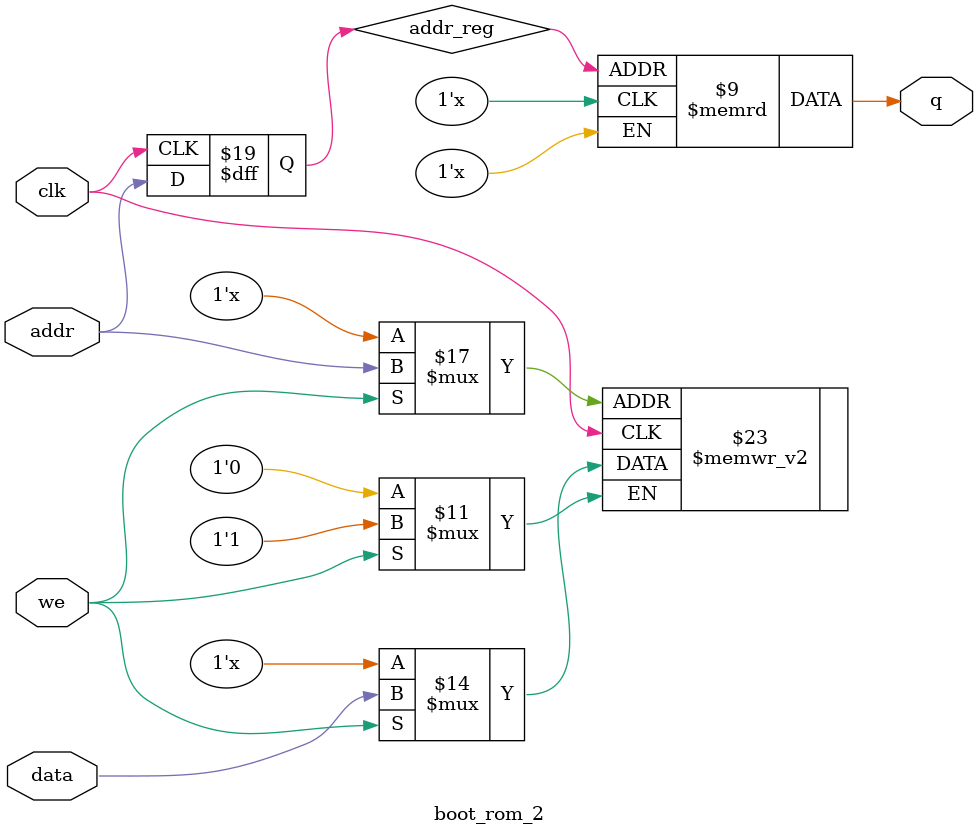
<source format=v>


module boot_rom_2( data, addr, we, clk, q );

  parameter DATA_WIDTH = 1;
  parameter ADDR_WIDTH = 1;
  parameter MEM_INIT = 0;
  
  input [(DATA_WIDTH-1):0] data;
  input [(ADDR_WIDTH-1):0] addr;
  input we;
  input clk;
  output [(DATA_WIDTH-1):0] q;
  
  // Declare the RAM variable
  reg [DATA_WIDTH-1:0] ram[2**ADDR_WIDTH-1:0];
  reg [ADDR_WIDTH-1:0] addr_reg;
  
  
  always @ (posedge clk)
    begin
      // Write
      if (we) ram[addr] <= data;
      addr_reg <= addr;
    end
  
  // Read returns NEW data at addr if we == 1'b1. This is the
  // natural behavior of TriMatrix memory blocks in Single Port
  // mode
  assign q = ram[addr_reg];

// 	generate 
// 		if( MEM_INIT != 0 )
// 		  initial
// 		    $readmemh( MEM_INIT, ram );
// 	endgenerate		    

endmodule
</source>
